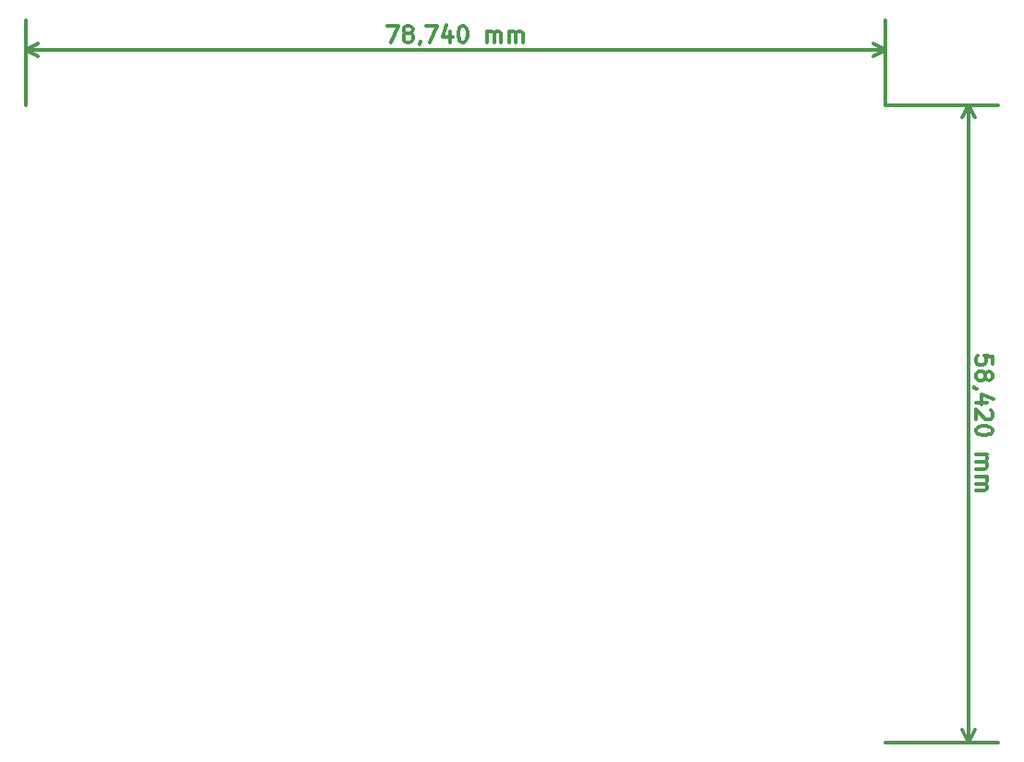
<source format=gbr>
%TF.GenerationSoftware,KiCad,Pcbnew,5.1.9+dfsg1-1+deb11u1*%
%TF.CreationDate,2022-11-02T16:06:54+01:00*%
%TF.ProjectId,StandAlone-Adapter,5374616e-6441-46c6-9f6e-652d41646170,rev?*%
%TF.SameCoordinates,Original*%
%TF.FileFunction,Other,User*%
%FSLAX46Y46*%
G04 Gerber Fmt 4.6, Leading zero omitted, Abs format (unit mm)*
G04 Created by KiCad (PCBNEW 5.1.9+dfsg1-1+deb11u1) date 2022-11-02 16:06:54*
%MOMM*%
%LPD*%
G01*
G04 APERTURE LIST*
%ADD10C,0.300000*%
G04 APERTURE END LIST*
D10*
X197751428Y-89821428D02*
X197751428Y-89107142D01*
X197037142Y-89035714D01*
X197108571Y-89107142D01*
X197180000Y-89250000D01*
X197180000Y-89607142D01*
X197108571Y-89750000D01*
X197037142Y-89821428D01*
X196894285Y-89892857D01*
X196537142Y-89892857D01*
X196394285Y-89821428D01*
X196322857Y-89750000D01*
X196251428Y-89607142D01*
X196251428Y-89250000D01*
X196322857Y-89107142D01*
X196394285Y-89035714D01*
X197108571Y-90750000D02*
X197180000Y-90607142D01*
X197251428Y-90535714D01*
X197394285Y-90464285D01*
X197465714Y-90464285D01*
X197608571Y-90535714D01*
X197680000Y-90607142D01*
X197751428Y-90750000D01*
X197751428Y-91035714D01*
X197680000Y-91178571D01*
X197608571Y-91250000D01*
X197465714Y-91321428D01*
X197394285Y-91321428D01*
X197251428Y-91250000D01*
X197180000Y-91178571D01*
X197108571Y-91035714D01*
X197108571Y-90750000D01*
X197037142Y-90607142D01*
X196965714Y-90535714D01*
X196822857Y-90464285D01*
X196537142Y-90464285D01*
X196394285Y-90535714D01*
X196322857Y-90607142D01*
X196251428Y-90750000D01*
X196251428Y-91035714D01*
X196322857Y-91178571D01*
X196394285Y-91250000D01*
X196537142Y-91321428D01*
X196822857Y-91321428D01*
X196965714Y-91250000D01*
X197037142Y-91178571D01*
X197108571Y-91035714D01*
X196322857Y-92035714D02*
X196251428Y-92035714D01*
X196108571Y-91964285D01*
X196037142Y-91892857D01*
X197251428Y-93321428D02*
X196251428Y-93321428D01*
X197822857Y-92964285D02*
X196751428Y-92607142D01*
X196751428Y-93535714D01*
X197608571Y-94035714D02*
X197680000Y-94107142D01*
X197751428Y-94250000D01*
X197751428Y-94607142D01*
X197680000Y-94750000D01*
X197608571Y-94821428D01*
X197465714Y-94892857D01*
X197322857Y-94892857D01*
X197108571Y-94821428D01*
X196251428Y-93964285D01*
X196251428Y-94892857D01*
X197751428Y-95821428D02*
X197751428Y-95964285D01*
X197680000Y-96107142D01*
X197608571Y-96178571D01*
X197465714Y-96250000D01*
X197180000Y-96321428D01*
X196822857Y-96321428D01*
X196537142Y-96250000D01*
X196394285Y-96178571D01*
X196322857Y-96107142D01*
X196251428Y-95964285D01*
X196251428Y-95821428D01*
X196322857Y-95678571D01*
X196394285Y-95607142D01*
X196537142Y-95535714D01*
X196822857Y-95464285D01*
X197180000Y-95464285D01*
X197465714Y-95535714D01*
X197608571Y-95607142D01*
X197680000Y-95678571D01*
X197751428Y-95821428D01*
X196251428Y-98107142D02*
X197251428Y-98107142D01*
X197108571Y-98107142D02*
X197180000Y-98178571D01*
X197251428Y-98321428D01*
X197251428Y-98535714D01*
X197180000Y-98678571D01*
X197037142Y-98750000D01*
X196251428Y-98750000D01*
X197037142Y-98750000D02*
X197180000Y-98821428D01*
X197251428Y-98964285D01*
X197251428Y-99178571D01*
X197180000Y-99321428D01*
X197037142Y-99392857D01*
X196251428Y-99392857D01*
X196251428Y-100107142D02*
X197251428Y-100107142D01*
X197108571Y-100107142D02*
X197180000Y-100178571D01*
X197251428Y-100321428D01*
X197251428Y-100535714D01*
X197180000Y-100678571D01*
X197037142Y-100750000D01*
X196251428Y-100750000D01*
X197037142Y-100750000D02*
X197180000Y-100821428D01*
X197251428Y-100964285D01*
X197251428Y-101178571D01*
X197180000Y-101321428D01*
X197037142Y-101392857D01*
X196251428Y-101392857D01*
X195580000Y-66040000D02*
X195580000Y-124460000D01*
X187960000Y-66040000D02*
X198280000Y-66040000D01*
X187960000Y-124460000D02*
X198280000Y-124460000D01*
X195580000Y-124460000D02*
X194993579Y-123333496D01*
X195580000Y-124460000D02*
X196166421Y-123333496D01*
X195580000Y-66040000D02*
X194993579Y-67166504D01*
X195580000Y-66040000D02*
X196166421Y-67166504D01*
X142304285Y-58788571D02*
X143304285Y-58788571D01*
X142661428Y-60288571D01*
X144090000Y-59431428D02*
X143947142Y-59360000D01*
X143875714Y-59288571D01*
X143804285Y-59145714D01*
X143804285Y-59074285D01*
X143875714Y-58931428D01*
X143947142Y-58860000D01*
X144090000Y-58788571D01*
X144375714Y-58788571D01*
X144518571Y-58860000D01*
X144590000Y-58931428D01*
X144661428Y-59074285D01*
X144661428Y-59145714D01*
X144590000Y-59288571D01*
X144518571Y-59360000D01*
X144375714Y-59431428D01*
X144090000Y-59431428D01*
X143947142Y-59502857D01*
X143875714Y-59574285D01*
X143804285Y-59717142D01*
X143804285Y-60002857D01*
X143875714Y-60145714D01*
X143947142Y-60217142D01*
X144090000Y-60288571D01*
X144375714Y-60288571D01*
X144518571Y-60217142D01*
X144590000Y-60145714D01*
X144661428Y-60002857D01*
X144661428Y-59717142D01*
X144590000Y-59574285D01*
X144518571Y-59502857D01*
X144375714Y-59431428D01*
X145375714Y-60217142D02*
X145375714Y-60288571D01*
X145304285Y-60431428D01*
X145232857Y-60502857D01*
X145875714Y-58788571D02*
X146875714Y-58788571D01*
X146232857Y-60288571D01*
X148090000Y-59288571D02*
X148090000Y-60288571D01*
X147732857Y-58717142D02*
X147375714Y-59788571D01*
X148304285Y-59788571D01*
X149161428Y-58788571D02*
X149304285Y-58788571D01*
X149447142Y-58860000D01*
X149518571Y-58931428D01*
X149590000Y-59074285D01*
X149661428Y-59360000D01*
X149661428Y-59717142D01*
X149590000Y-60002857D01*
X149518571Y-60145714D01*
X149447142Y-60217142D01*
X149304285Y-60288571D01*
X149161428Y-60288571D01*
X149018571Y-60217142D01*
X148947142Y-60145714D01*
X148875714Y-60002857D01*
X148804285Y-59717142D01*
X148804285Y-59360000D01*
X148875714Y-59074285D01*
X148947142Y-58931428D01*
X149018571Y-58860000D01*
X149161428Y-58788571D01*
X151447142Y-60288571D02*
X151447142Y-59288571D01*
X151447142Y-59431428D02*
X151518571Y-59360000D01*
X151661428Y-59288571D01*
X151875714Y-59288571D01*
X152018571Y-59360000D01*
X152090000Y-59502857D01*
X152090000Y-60288571D01*
X152090000Y-59502857D02*
X152161428Y-59360000D01*
X152304285Y-59288571D01*
X152518571Y-59288571D01*
X152661428Y-59360000D01*
X152732857Y-59502857D01*
X152732857Y-60288571D01*
X153447142Y-60288571D02*
X153447142Y-59288571D01*
X153447142Y-59431428D02*
X153518571Y-59360000D01*
X153661428Y-59288571D01*
X153875714Y-59288571D01*
X154018571Y-59360000D01*
X154090000Y-59502857D01*
X154090000Y-60288571D01*
X154090000Y-59502857D02*
X154161428Y-59360000D01*
X154304285Y-59288571D01*
X154518571Y-59288571D01*
X154661428Y-59360000D01*
X154732857Y-59502857D01*
X154732857Y-60288571D01*
X109220000Y-60960000D02*
X187960000Y-60960000D01*
X109220000Y-66040000D02*
X109220000Y-58260000D01*
X187960000Y-66040000D02*
X187960000Y-58260000D01*
X187960000Y-60960000D02*
X186833496Y-61546421D01*
X187960000Y-60960000D02*
X186833496Y-60373579D01*
X109220000Y-60960000D02*
X110346504Y-61546421D01*
X109220000Y-60960000D02*
X110346504Y-60373579D01*
M02*

</source>
